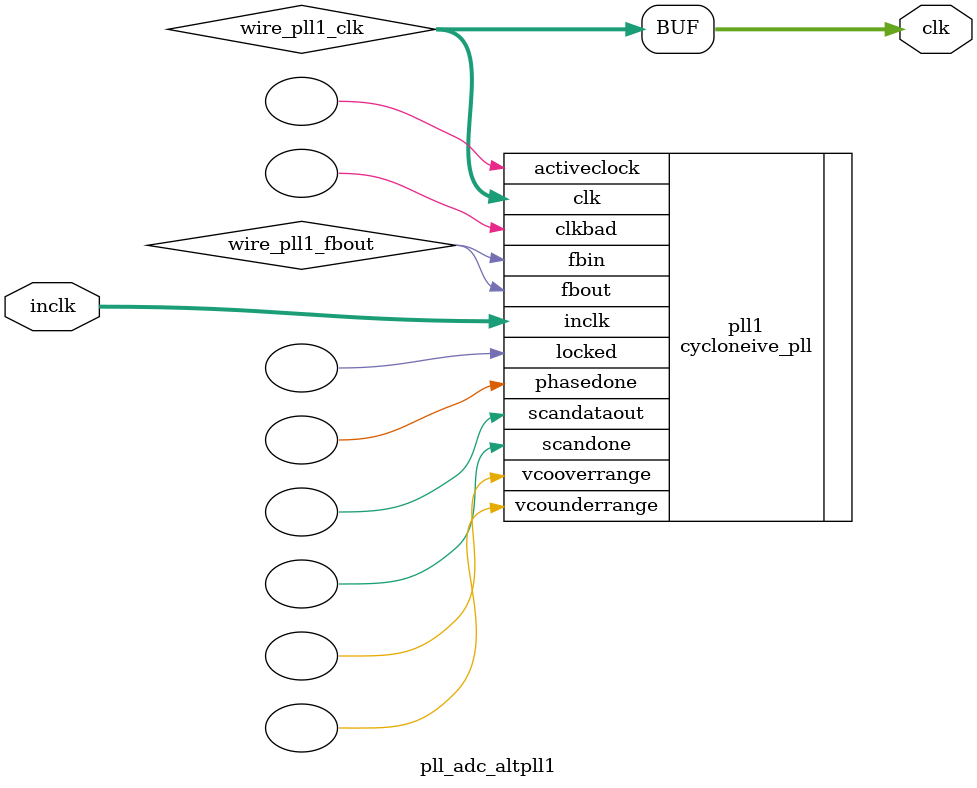
<source format=v>






//synthesis_resources = cycloneive_pll 1 
//synopsys translate_off
`timescale 1 ps / 1 ps
//synopsys translate_on
module  pll_adc_altpll1
	( 
	clk,
	inclk) /* synthesis synthesis_clearbox=1 */;
	output   [4:0]  clk;
	input   [1:0]  inclk;
`ifndef ALTERA_RESERVED_QIS
// synopsys translate_off
`endif
	tri0   [1:0]  inclk;
`ifndef ALTERA_RESERVED_QIS
// synopsys translate_on
`endif

	wire  [4:0]   wire_pll1_clk;
	wire  wire_pll1_fbout;

	cycloneive_pll   pll1
	( 
	.activeclock(),
	.clk(wire_pll1_clk),
	.clkbad(),
	.fbin(wire_pll1_fbout),
	.fbout(wire_pll1_fbout),
	.inclk(inclk),
	.locked(),
	.phasedone(),
	.scandataout(),
	.scandone(),
	.vcooverrange(),
	.vcounderrange()
	`ifndef FORMAL_VERIFICATION
	// synopsys translate_off
	`endif
	,
	.areset(1'b0),
	.clkswitch(1'b0),
	.configupdate(1'b0),
	.pfdena(1'b1),
	.phasecounterselect({3{1'b0}}),
	.phasestep(1'b0),
	.phaseupdown(1'b0),
	.scanclk(1'b0),
	.scanclkena(1'b1),
	.scandata(1'b0)
	`ifndef FORMAL_VERIFICATION
	// synopsys translate_on
	`endif
	);
	defparam
		pll1.bandwidth_type = "auto",
		pll1.clk0_divide_by = 125,
		pll1.clk0_duty_cycle = 50,
		pll1.clk0_multiply_by = 8,
		pll1.clk0_phase_shift = "0",
		pll1.clk1_divide_by = 500,
		pll1.clk1_duty_cycle = 50,
		pll1.clk1_multiply_by = 1,
		pll1.clk1_phase_shift = "0",
		pll1.compensate_clock = "clk0",
		pll1.inclk0_input_frequency = 20000,
		pll1.operation_mode = "normal",
		pll1.pll_type = "auto",
		pll1.lpm_type = "cycloneive_pll";
	assign
		clk = {wire_pll1_clk[4:0]};
endmodule //pll_adc_altpll1
//VALID FILE

</source>
